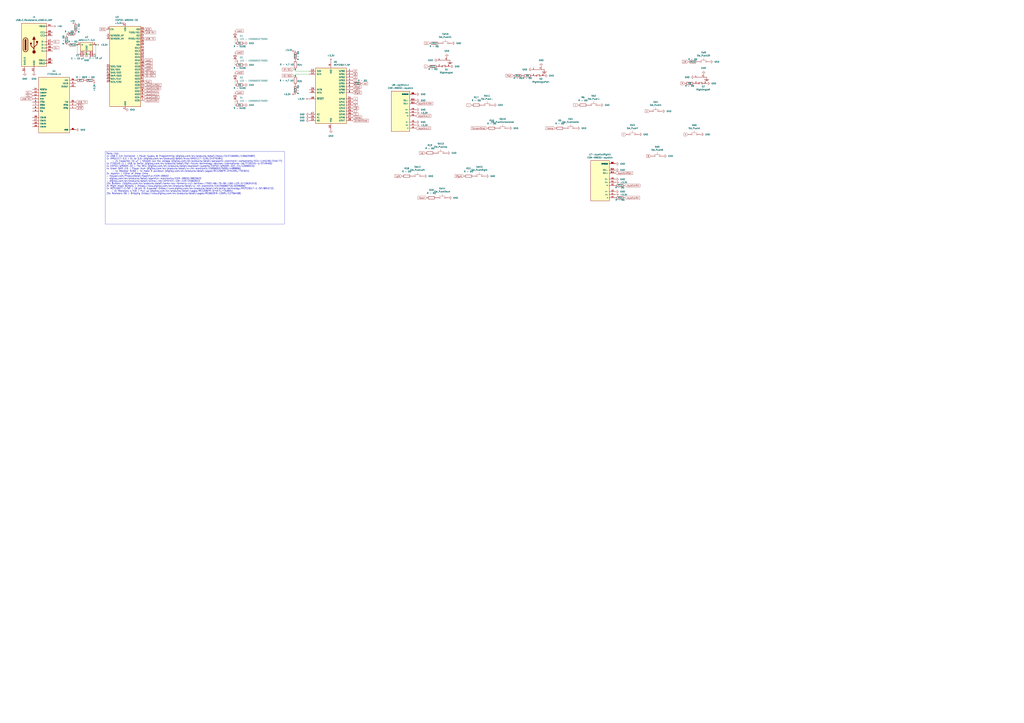
<source format=kicad_sch>
(kicad_sch (version 20231120) (generator "eeschema") (generator_version "8.0")
  (paper "A1")
  (lib_symbols
    (symbol "COM-09032-Joystick:COM-09032" (pin_names (offset 1.016))
      (property "Reference" "U" (at -7.62 16.002 0))
      (property "Value" "COM-09032" (at -7.62 -20.32 0))
      (symbol "COM-09032_0_0"
        (pin passive line (at -12.7 -7.62 0) (length 5.08) (name "SEL+") (number "B1A"))
        (pin passive line (at -12.7 -10.16 0) (length 5.08) (name "SEL-") (number "B2A"))
        (pin passive line (at -12.7 0 0) (length 5.08) (name "H+") (number "H1"))
        (pin passive line (at -12.7 2.54 0) (length 5.08) (name "H") (number "H2"))
        (pin passive line (at -12.7 -2.54 0) (length 5.08) (name "H-") (number "H3"))
        (pin passive line (at -12.7 -15.24 0) (length 5.08) (name "SHIELD") (number "S1"))
        (pin passive line (at -12.7 -15.24 0) (length 5.08) (name "SHIELD") (number "S2"))
        (pin passive line (at -12.7 -15.24 0) (length 5.08) (name "SHIELD") (number "S3"))
        (pin passive line (at -12.7 -15.24 0) (length 5.08) (name "SHIELD") (number "S4"))
        (pin passive line (at -12.7 10.16 0) (length 5.08) (name "V+") (number "V1"))
        (pin passive line (at -12.7 12.7 0) (length 5.08) (name "V") (number "V2"))
        (pin passive line (at -12.7 7.62 0) (length 5.08) (name "V-") (number "V3"))
      )
    )
    (symbol "Connector:USB_C_Receptacle_USB2.0_16P" (pin_names (offset 1.016))
      (property "Reference" "J" (at 0 22.225 0))
      (property "Value" "USB_C_Receptacle_USB2.0_16P" (at 0 19.685 0))
      (symbol "USB_C_Receptacle_USB2.0_16P_1_1"
        (pin passive line (at 0 -22.86 90) (length 5.08) (name "GND") (number "A1"))
        (pin passive line (at 0 -22.86 90) (length 5.08) hide (name "GND") (number "A12"))
        (pin passive line (at 15.24 15.24 180) (length 5.08) (name "VBUS") (number "A4"))
        (pin bidirectional line (at 15.24 10.16 180) (length 5.08) (name "CC1") (number "A5"))
        (pin bidirectional line (at 15.24 -2.54 180) (length 5.08) (name "D+") (number "A6"))
        (pin bidirectional line (at 15.24 2.54 180) (length 5.08) (name "D-") (number "A7"))
        (pin bidirectional line (at 15.24 -12.7 180) (length 5.08) (name "SBU1") (number "A8"))
        (pin passive line (at 15.24 15.24 180) (length 5.08) hide (name "VBUS") (number "A9"))
        (pin passive line (at 0 -22.86 90) (length 5.08) hide (name "GND") (number "B1"))
        (pin passive line (at 0 -22.86 90) (length 5.08) hide (name "GND") (number "B12"))
        (pin passive line (at 15.24 15.24 180) (length 5.08) hide (name "VBUS") (number "B4"))
        (pin bidirectional line (at 15.24 7.62 180) (length 5.08) (name "CC2") (number "B5"))
        (pin bidirectional line (at 15.24 -5.08 180) (length 5.08) (name "D+") (number "B6"))
        (pin bidirectional line (at 15.24 0 180) (length 5.08) (name "D-") (number "B7"))
        (pin bidirectional line (at 15.24 -15.24 180) (length 5.08) (name "SBU2") (number "B8"))
        (pin passive line (at 15.24 15.24 180) (length 5.08) hide (name "VBUS") (number "B9"))
        (pin passive line (at -7.62 -22.86 90) (length 5.08) (name "SHIELD") (number "S1"))
      )
    )
    (symbol "Device:C" (pin_numbers hide) (pin_names (offset 0.254))
      (property "Reference" "C" (at 0.635 2.54 0))
      (property "Value" "C" (at 0.635 -2.54 0))
      (symbol "C_1_1"
        (pin passive line (at 0 3.81 270) (length 2.794) (name "~") (number "1"))
        (pin passive line (at 0 -3.81 90) (length 2.794) (name "~") (number "2"))
      )
    )
    (symbol "Device:LED" (pin_numbers hide) (pin_names (offset 1.016) hide)
      (property "Reference" "D" (at 0 2.54 0))
      (property "Value" "LED" (at 0 -2.54 0))
      (symbol "LED_1_1"
        (pin passive line (at -3.81 0 0) (length 2.54) (name "K") (number "1"))
        (pin passive line (at 3.81 0 180) (length 2.54) (name "A") (number "2"))
      )
    )
    (symbol "Device:R" (pin_numbers hide) (pin_names (offset 0))
      (property "Reference" "R" (at 2.032 0 90))
      (property "Value" "R" (at 0 0 90))
      (symbol "R_1_1"
        (pin passive line (at 0 3.81 270) (length 1.27) (name "~") (number "1"))
        (pin passive line (at 0 -3.81 90) (length 1.27) (name "~") (number "2"))
      )
    )
    (symbol "FT201XS-U:FT231XS-U" (pin_names (offset 1.016))
      (property "Reference" "U" (at -12.7304 25.4438 0))
      (property "Value" "FT231XS-U" (at -12.7114 -27.9554 0))
      (symbol "FT231XS-U_0_0"
        (pin output line (at 17.78 -2.54 180) (length 5.08) (name "~{DTR}#") (number "1"))
        (pin bidirectional line (at -17.78 -15.24 0) (length 5.08) (name "CBUS2") (number "10"))
        (pin input line (at -17.78 7.62 0) (length 5.08) (name "USBDP") (number "11"))
        (pin input line (at -17.78 10.16 0) (length 5.08) (name "USBDM") (number "12"))
        (pin power_in line (at 17.78 15.24 180) (length 5.08) (name "3V3OUT") (number "13"))
        (pin input line (at -17.78 12.7 0) (length 5.08) (name "~{RESET}#") (number "14"))
        (pin power_in line (at 17.78 20.32 180) (length 5.08) (name "VCC") (number "15"))
        (pin power_in line (at 17.78 -20.32 180) (length 5.08) (name "GND") (number "16"))
        (pin bidirectional line (at -17.78 -12.7 0) (length 5.08) (name "CBUS1") (number "17"))
        (pin bidirectional line (at -17.78 -10.16 0) (length 5.08) (name "CBUS0") (number "18"))
        (pin bidirectional line (at -17.78 -17.78 0) (length 5.08) (name "CBUS3") (number "19"))
        (pin output line (at 17.78 0 180) (length 5.08) (name "~{RTS}#") (number "2"))
        (pin output line (at 17.78 2.54 180) (length 5.08) (name "TXD") (number "20"))
        (pin power_in line (at 17.78 17.78 180) (length 5.08) (name "VCCIO") (number "3"))
        (pin input line (at -17.78 5.08 0) (length 5.08) (name "RXD") (number "4"))
        (pin input line (at -17.78 -5.08 0) (length 5.08) (name "~{RI}#") (number "5"))
        (pin power_in line (at 17.78 -20.32 180) (length 5.08) (name "GND") (number "6"))
        (pin input line (at -17.78 0 0) (length 5.08) (name "~{DSR}#") (number "7"))
        (pin input line (at -17.78 -2.54 0) (length 5.08) (name "~{DCD}#") (number "8"))
        (pin input line (at -17.78 2.54 0) (length 5.08) (name "~{CTS}#") (number "9"))
      )
    )
    (symbol "Interface_Expansion:MCP23017_SP" (pin_names (offset 1.016))
      (property "Reference" "U" (at -11.43 24.13 0))
      (property "Value" "MCP23017_SP" (at 0 0 0))
      (symbol "MCP23017_SP_1_1"
        (pin bidirectional line (at 17.78 20.32 180) (length 5.08) (name "GPB0") (number "1"))
        (pin power_in line (at 0 -27.94 90) (length 5.08) (name "VSS") (number "10"))
        (pin no_connect line (at -12.7 15.24 0) (length 5.08) hide (name "NC") (number "11"))
        (pin input line (at -17.78 17.78 0) (length 5.08) (name "SCK") (number "12"))
        (pin bidirectional line (at -17.78 20.32 0) (length 5.08) (name "SDA") (number "13"))
        (pin no_connect line (at -12.7 12.7 0) (length 5.08) hide (name "NC") (number "14"))
        (pin input line (at -17.78 -20.32 0) (length 5.08) (name "A0") (number "15"))
        (pin input line (at -17.78 -17.78 0) (length 5.08) (name "A1") (number "16"))
        (pin input line (at -17.78 -15.24 0) (length 5.08) (name "A2") (number "17"))
        (pin input line (at -17.78 -2.54 0) (length 5.08) (name "~{RESET}") (number "18"))
        (pin tri_state line (at -17.78 5.08 0) (length 5.08) (name "INTB") (number "19"))
        (pin bidirectional line (at 17.78 17.78 180) (length 5.08) (name "GPB1") (number "2"))
        (pin tri_state line (at -17.78 2.54 0) (length 5.08) (name "INTA") (number "20"))
        (pin bidirectional line (at 17.78 -2.54 180) (length 5.08) (name "GPA0") (number "21"))
        (pin bidirectional line (at 17.78 -5.08 180) (length 5.08) (name "GPA1") (number "22"))
        (pin bidirectional line (at 17.78 -7.62 180) (length 5.08) (name "GPA2") (number "23"))
        (pin bidirectional line (at 17.78 -10.16 180) (length 5.08) (name "GPA3") (number "24"))
        (pin bidirectional line (at 17.78 -12.7 180) (length 5.08) (name "GPA4") (number "25"))
        (pin bidirectional line (at 17.78 -15.24 180) (length 5.08) (name "GPA5") (number "26"))
        (pin bidirectional line (at 17.78 -17.78 180) (length 5.08) (name "GPA6") (number "27"))
        (pin bidirectional line (at 17.78 -20.32 180) (length 5.08) (name "GPA7") (number "28"))
        (pin bidirectional line (at 17.78 15.24 180) (length 5.08) (name "GPB2") (number "3"))
        (pin bidirectional line (at 17.78 12.7 180) (length 5.08) (name "GPB3") (number "4"))
        (pin bidirectional line (at 17.78 10.16 180) (length 5.08) (name "GPB4") (number "5"))
        (pin bidirectional line (at 17.78 7.62 180) (length 5.08) (name "GPB5") (number "6"))
        (pin bidirectional line (at 17.78 5.08 180) (length 5.08) (name "GPB6") (number "7"))
        (pin bidirectional line (at 17.78 2.54 180) (length 5.08) (name "GPB7") (number "8"))
        (pin power_in line (at 0 27.94 270) (length 5.08) (name "VDD") (number "9"))
      )
    )
    (symbol "RF_Module:ESP32-WROOM-32"
      (property "Reference" "U" (at -12.7 34.29 0))
      (property "Value" "ESP32-WROOM-32" (at 1.27 34.29 0))
      (symbol "ESP32-WROOM-32_1_1"
        (pin power_in line (at 0 -35.56 90) (length 2.54) (name "GND") (number "1"))
        (pin bidirectional line (at 15.24 -12.7 180) (length 2.54) (name "IO25") (number "10"))
        (pin bidirectional line (at 15.24 -15.24 180) (length 2.54) (name "IO26") (number "11"))
        (pin bidirectional line (at 15.24 -17.78 180) (length 2.54) (name "IO27") (number "12"))
        (pin bidirectional line (at 15.24 10.16 180) (length 2.54) (name "IO14") (number "13"))
        (pin bidirectional line (at 15.24 15.24 180) (length 2.54) (name "IO12") (number "14"))
        (pin passive line (at 0 -35.56 90) (length 2.54) hide (name "GND") (number "15"))
        (pin bidirectional line (at 15.24 12.7 180) (length 2.54) (name "IO13") (number "16"))
        (pin bidirectional line (at -15.24 -5.08 0) (length 2.54) (name "SHD/SD2") (number "17"))
        (pin bidirectional line (at -15.24 -7.62 0) (length 2.54) (name "SWP/SD3") (number "18"))
        (pin bidirectional line (at -15.24 -12.7 0) (length 2.54) (name "SCS/CMD") (number "19"))
        (pin power_in line (at 0 35.56 270) (length 2.54) (name "VDD") (number "2"))
        (pin bidirectional line (at -15.24 -10.16 0) (length 2.54) (name "SCK/CLK") (number "20"))
        (pin bidirectional line (at -15.24 0 0) (length 2.54) (name "SDO/SD0") (number "21"))
        (pin bidirectional line (at -15.24 -2.54 0) (length 2.54) (name "SDI/SD1") (number "22"))
        (pin bidirectional line (at 15.24 7.62 180) (length 2.54) (name "IO15") (number "23"))
        (pin bidirectional line (at 15.24 25.4 180) (length 2.54) (name "IO2") (number "24"))
        (pin bidirectional line (at 15.24 30.48 180) (length 2.54) (name "IO0") (number "25"))
        (pin bidirectional line (at 15.24 20.32 180) (length 2.54) (name "IO4") (number "26"))
        (pin bidirectional line (at 15.24 5.08 180) (length 2.54) (name "IO16") (number "27"))
        (pin bidirectional line (at 15.24 2.54 180) (length 2.54) (name "IO17") (number "28"))
        (pin bidirectional line (at 15.24 17.78 180) (length 2.54) (name "IO5") (number "29"))
        (pin input line (at -15.24 30.48 0) (length 2.54) (name "EN") (number "3"))
        (pin bidirectional line (at 15.24 0 180) (length 2.54) (name "IO18") (number "30"))
        (pin bidirectional line (at 15.24 -2.54 180) (length 2.54) (name "IO19") (number "31"))
        (pin no_connect line (at -12.7 -27.94 0) (length 2.54) hide (name "NC") (number "32"))
        (pin bidirectional line (at 15.24 -5.08 180) (length 2.54) (name "IO21") (number "33"))
        (pin bidirectional line (at 15.24 22.86 180) (length 2.54) (name "RXD0/IO3") (number "34"))
        (pin bidirectional line (at 15.24 27.94 180) (length 2.54) (name "TXD0/IO1") (number "35"))
        (pin bidirectional line (at 15.24 -7.62 180) (length 2.54) (name "IO22") (number "36"))
        (pin bidirectional line (at 15.24 -10.16 180) (length 2.54) (name "IO23") (number "37"))
        (pin passive line (at 0 -35.56 90) (length 2.54) hide (name "GND") (number "38"))
        (pin passive line (at 0 -35.56 90) (length 2.54) hide (name "GND") (number "39"))
        (pin input line (at -15.24 25.4 0) (length 2.54) (name "SENSOR_VP") (number "4"))
        (pin input line (at -15.24 22.86 0) (length 2.54) (name "SENSOR_VN") (number "5"))
        (pin input line (at 15.24 -25.4 180) (length 2.54) (name "IO34") (number "6"))
        (pin input line (at 15.24 -27.94 180) (length 2.54) (name "IO35") (number "7"))
        (pin bidirectional line (at 15.24 -20.32 180) (length 2.54) (name "IO32") (number "8"))
        (pin bidirectional line (at 15.24 -22.86 180) (length 2.54) (name "IO33") (number "9"))
      )
    )
    (symbol "Regulator_Linear:AMS1117-3.3"
      (property "Reference" "U" (at -3.81 3.175 0))
      (property "Value" "AMS1117-3.3" (at 0 3.175 0))
      (symbol "AMS1117-3.3_1_1"
        (pin power_in line (at 0 -7.62 90) (length 2.54) (name "GND") (number "1"))
        (pin power_out line (at 7.62 0 180) (length 2.54) (name "VO") (number "2"))
        (pin power_in line (at -7.62 0 0) (length 2.54) (name "VI") (number "3"))
      )
    )
    (symbol "Right Angle Button 431256083716:431256083716" (pin_names (offset 1.016))
      (property "Reference" "S" (at -1.24 5.95 0))
      (property "Value" "431256083716" (at -3.57 -2.68 0))
      (symbol "431256083716_0_0"
        (pin passive line (at -5.08 5.08 0) (length 2.54) (name "~") (number "1"))
        (pin passive line (at -5.08 0 0) (length 2.54) (name "~") (number "2"))
        (pin passive line (at 5.08 0 180) (length 2.54) (name "~") (number "3"))
        (pin passive line (at 2.54 7.62 270) (length 2.54) (name "~") (number "4"))
      )
    )
    (symbol "Switch:SW_Push" (pin_numbers hide) (pin_names (offset 1.016) hide)
      (property "Reference" "SW" (at 1.27 2.54 0))
      (property "Value" "SW_Push" (at 0 -1.524 0))
      (symbol "SW_Push_0_1"
        (pin passive line (at -5.08 0 0) (length 2.54) (name "1") (number "1"))
        (pin passive line (at 5.08 0 180) (length 2.54) (name "2") (number "2"))
      )
    )
    (symbol "power:+3.3V" (power) (pin_numbers hide) (pin_names (offset 0) hide)
      (property "Value" "+3.3V" (at 0 3.556 0))
      (symbol "+3.3V_1_1"
        (pin power_in line (at 0 0 90) (length 0) (name "~") (number "1"))
      )
    )
    (symbol "power:+5V" (power) (pin_numbers hide) (pin_names (offset 0) hide)
      (property "Value" "+5V" (at 0 3.556 0))
      (symbol "+5V_1_1"
        (pin power_in line (at 0 0 90) (length 0) (name "~") (number "1"))
      )
    )
    (symbol "power:GND" (power) (pin_numbers hide) (pin_names (offset 0) hide)
      (property "Value" "GND" (at 0 -3.81 0))
      (symbol "GND_1_1"
        (pin power_in line (at 0 0 270) (length 0) (name "~") (number "1"))
      )
    )
  )
  (junction (at 242.57 57.15))
  (junction (at 242.57 62.23))
  (junction (at 78.74 36.83))
  (junction (at 63.5 36.83))
  (junction (at 71.12 44.45))
  (wire (pts (xy 193.04 67.31) (xy 193.04 69.85)))
  (wire (pts (xy 193.04 83.82) (xy 193.04 86.36)))
  (wire (pts (xy 193.04 33.02) (xy 193.04 35.56)))
  (wire (pts (xy 193.04 50.8) (xy 193.04 53.34)))
  (wire (pts (xy 241.3 62.23) (xy 242.57 62.23)))
  (wire (pts (xy 242.57 57.15) (xy 242.57 58.42)))
  (wire (pts (xy 78.74 36.83) (xy 78.74 44.45)))
  (wire (pts (xy 242.57 58.42) (xy 254 58.42)))
  (wire (pts (xy 242.57 60.96) (xy 254 60.96)))
  (wire (pts (xy 54.61 27.94) (xy 54.61 29.21)))
  (wire (pts (xy 242.57 62.23) (xy 242.57 60.96)))
  (wire (pts (xy 54.61 36.83) (xy 55.88 36.83)))
  (wire (pts (xy 63.5 44.45) (xy 63.5 36.83)))
  (wire (pts (xy 242.57 57.15) (xy 241.3 57.15)))
  (wire (pts (xy 62.23 26.67) (xy 62.23 27.94)))
  (text_box "Parts List:\n1x USB C 2.0 Connector | Power Supply & Programming (digikey.com/en/products/detail/molex/2137160001/13662558?)\n1x AMS1117-3.3 | 5v to 3.3v (digikey.com/en/products/detail/evvo/AMS1117-3.3S/24370184)\n	- 2x Capacitor 10 µF | Smooth out the voltage (digikey.com/en/products/detail/panasonic-electronic-components/ECA-1JHG100/245177)\n1x FT201XS-U | USB to Serial (digikey.com/en/products/detail/ftdi-future-technology-devices-international-ltd/FT201XS-U/3749465)\n1x ESP32-WROOM-32 | The MCU (digikey.com/en/products/detail/espressif-systems/ESP32-WROOM-32E-H4/12696515)\n4x Green SMD LED | Player Num (digikey.com/en/products/detail/w-rth-elektronik/150060GS75000/4489896)\n	- 4x Resistor 510Ω | To make it pulldown (digikey.com/en/products/detail/yageo/RC1206FR-07510RL/731924)\n2x Joystick | Either of these links:\n- mouser.com/ProductDetail/SparkFun/COM-09032\n- digikey.com/en/products/detail/sparkfun-electronics/COM-09032/6823623\n- digikey.com/en/products/detail/olimex-ltd/JOYSTICK-10K-CAP/21662613\n15x Buttons |(digikey.com/en/products/detail/same-sky-formerly-cui-devices-/TS02-66-70-BK-160-LCR-D/15634243)\n2x Right Angle Buttons | (https://www.digikey.com/en/products/detail/w-rth-elektronik/431256083716/5209066)\n1x MCP23017-E/SP | 16 pin IO Expander (https://www.digikey.com/en/products/detail/microchip-technology/MCP23017-E-SP/894272)\n    - 2x Resistors 4.7kΩ | Pull up (digikey.com/en/products/detail/yageo/RC1206FR-074K7L/731834)\n23x Resistors 0Ω | Bridging (https://www.digikey.com/en/products/detail/yageo/RC0603FR-130RL/12756408)" (at 86.36 124.46 0) (size 147.32 59.69) (effects (font (size 1.27 1.27)) (justify left top)))
  (global_label "JoystickRV" (shape input) (at 513.08 162.56 0) (property "Intersheetrefs" "${INTERSHEET_REFS}" (effects (hide yes))))
  (global_label "IO-SDA" (shape input) (at 118.11 59.69 0) (property "Intersheetrefs" "${INTERSHEET_REFS}" (effects (hide yes))))
  (global_label "Up" (shape input) (at 349.25 125.73 180) (property "Intersheetrefs" "${INTERSHEET_REFS}" (effects (hide yes))))
  (global_label "JoystickRSel" (shape input) (at 505.46 142.24 0) (property "Intersheetrefs" "${INTERSHEET_REFS}" (effects (hide yes))))
  (global_label "Down" (shape input) (at 289.56 71.12 0) (property "Intersheetrefs" "${INTERSHEET_REFS}" (effects (hide yes))))
  (global_label "Left" (shape input) (at 289.56 73.66 0) (property "Intersheetrefs" "${INTERSHEET_REFS}" (effects (hide yes))))
  (global_label "D+" (shape input) (at 43.18 39.37 0) (property "Intersheetrefs" "${INTERSHEET_REFS}" (effects (hide yes))))
  (global_label "ScreenShot" (shape input) (at 289.56 99.06 0) (property "Intersheetrefs" "${INTERSHEET_REFS}" (effects (hide yes))))
  (global_label "+" (shape input) (at 474.98 86.36 180) (property "Intersheetrefs" "${INTERSHEET_REFS}" (effects (hide yes))))
  (global_label "Led4" (shape input) (at 193.04 76.2 0) (property "Intersheetrefs" "${INTERSHEET_REFS}" (effects (hide yes))))
  (global_label "B" (shape input) (at 534.67 128.27 180) (property "Intersheetrefs" "${INTERSHEET_REFS}" (effects (hide yes))))
  (global_label "IO-SCL" (shape input) (at 241.3 57.15 180) (property "Intersheetrefs" "${INTERSHEET_REFS}" (effects (hide yes))))
  (global_label "JoystickLSel" (shape input) (at 118.11 72.39 0) (property "Intersheetrefs" "${INTERSHEET_REFS}" (effects (hide yes))))
  (global_label "Down" (shape input) (at 350.52 162.56 180) (property "Intersheetrefs" "${INTERSHEET_REFS}" (effects (hide yes))))
  (global_label "Led3" (shape input) (at 118.11 54.61 0) (property "Intersheetrefs" "${INTERSHEET_REFS}" (effects (hide yes))))
  (global_label "USB RX" (shape input) (at 26.67 81.28 180) (property "Intersheetrefs" "${INTERSHEET_REFS}" (effects (hide yes))))
  (global_label "USB TX" (shape input) (at 62.23 83.82 0) (property "Intersheetrefs" "${INTERSHEET_REFS}" (effects (hide yes))))
  (global_label "Pair" (shape input) (at 118.11 67.31 0) (property "Intersheetrefs" "${INTERSHEET_REFS}" (effects (hide yes))))
  (global_label "Pair" (shape input) (at 421.64 62.23 180) (property "Intersheetrefs" "${INTERSHEET_REFS}" (effects (hide yes))))
  (global_label "A" (shape input) (at 565.15 110.49 180) (property "Intersheetrefs" "${INTERSHEET_REFS}" (effects (hide yes))))
  (global_label "ZR" (shape input) (at 289.56 88.9 0) (property "Intersheetrefs" "${INTERSHEET_REFS}" (effects (hide yes))))
  (global_label "Y" (shape input) (at 514.35 110.49 180) (property "Intersheetrefs" "${INTERSHEET_REFS}" (effects (hide yes))))
  (global_label "D-" (shape input) (at 43.18 34.29 0) (property "Intersheetrefs" "${INTERSHEET_REFS}" (effects (hide yes))))
  (global_label "Right" (shape input) (at 289.56 76.2 0) (property "Intersheetrefs" "${INTERSHEET_REFS}" (effects (hide yes))))
  (global_label "D-" (shape input) (at 26.67 76.2 180) (property "Intersheetrefs" "${INTERSHEET_REFS}" (effects (hide yes))))
  (global_label "JoystickLV" (shape input) (at 118.11 77.47 0) (property "Intersheetrefs" "${INTERSHEET_REFS}" (effects (hide yes))))
  (global_label "+" (shape input) (at 289.56 81.28 0) (property "Intersheetrefs" "${INTERSHEET_REFS}" (effects (hide yes))))
  (global_label "X" (shape input) (at 533.4 91.44 180) (property "Intersheetrefs" "${INTERSHEET_REFS}" (effects (hide yes))))
  (global_label "Y" (shape input) (at 289.56 66.04 0) (property "Intersheetrefs" "${INTERSHEET_REFS}" (effects (hide yes))))
  (global_label "JoystickRH" (shape input) (at 513.08 152.4 0) (property "Intersheetrefs" "${INTERSHEET_REFS}" (effects (hide yes))))
  (global_label "Right" (shape input) (at 381 144.78 180) (property "Intersheetrefs" "${INTERSHEET_REFS}" (effects (hide yes))))
  (global_label "Led2" (shape input) (at 193.04 43.18 0) (property "Intersheetrefs" "${INTERSHEET_REFS}" (effects (hide yes))))
  (global_label "X" (shape input) (at 289.56 63.5 0) (property "Intersheetrefs" "${INTERSHEET_REFS}" (effects (hide yes))))
  (global_label "B" (shape input) (at 289.56 60.96 0) (property "Intersheetrefs" "${INTERSHEET_REFS}" (effects (hide yes))))
  (global_label "DTR" (shape input) (at 62.23 88.9 0) (property "Intersheetrefs" "${INTERSHEET_REFS}" (effects (hide yes))))
  (global_label "USB TX" (shape input) (at 118.11 31.75 0) (property "Intersheetrefs" "${INTERSHEET_REFS}" (effects (hide yes))))
  (global_label "Led4" (shape input) (at 118.11 57.15 0) (property "Intersheetrefs" "${INTERSHEET_REFS}" (effects (hide yes))))
  (global_label "JoystickRH" (shape input) (at 118.11 80.01 0) (property "Intersheetrefs" "${INTERSHEET_REFS}" (effects (hide yes))))
  (global_label "IO-SCL" (shape input) (at 118.11 62.23 0) (property "Intersheetrefs" "${INTERSHEET_REFS}" (effects (hide yes))))
  (global_label "R" (shape input) (at 562.61 68.58 180) (property "Intersheetrefs" "${INTERSHEET_REFS}" (effects (hide yes))))
  (global_label "Led3" (shape input) (at 193.04 59.69 0) (property "Intersheetrefs" "${INTERSHEET_REFS}" (effects (hide yes))))
  (global_label "IO-SDA" (shape input) (at 241.3 62.23 180) (property "Intersheetrefs" "${INTERSHEET_REFS}" (effects (hide yes))))
  (global_label "Left" (shape input) (at 330.2 144.78 180) (property "Intersheetrefs" "${INTERSHEET_REFS}" (effects (hide yes))))
  (global_label "-" (shape input) (at 289.56 83.82 0) (property "Intersheetrefs" "${INTERSHEET_REFS}" (effects (hide yes))))
  (global_label "-" (shape input) (at 387.35 86.36 180) (property "Intersheetrefs" "${INTERSHEET_REFS}" (effects (hide yes))))
  (global_label "L" (shape input) (at 289.56 91.44 0) (property "Intersheetrefs" "${INTERSHEET_REFS}" (effects (hide yes))))
  (global_label "L" (shape input) (at 351.79 54.61 180) (property "Intersheetrefs" "${INTERSHEET_REFS}" (effects (hide yes))))
  (global_label "ScreenShot" (shape input) (at 400.05 105.41 180) (property "Intersheetrefs" "${INTERSHEET_REFS}" (effects (hide yes))))
  (global_label "A" (shape input) (at 289.56 58.42 0) (property "Intersheetrefs" "${INTERSHEET_REFS}" (effects (hide yes))))
  (global_label "Up" (shape input) (at 297.18 68.58 0) (property "Intersheetrefs" "${INTERSHEET_REFS}" (effects (hide yes))))
  (global_label "JoystickLH" (shape input) (at 118.11 74.93 0) (property "Intersheetrefs" "${INTERSHEET_REFS}" (effects (hide yes))))
  (global_label "RTS" (shape input) (at 62.23 86.36 0) (property "Intersheetrefs" "${INTERSHEET_REFS}" (effects (hide yes))))
  (global_label "Home" (shape input) (at 455.93 105.41 180) (property "Intersheetrefs" "${INTERSHEET_REFS}" (effects (hide yes))))
  (global_label "JoystickLV" (shape input) (at 341.63 105.41 0) (property "Intersheetrefs" "${INTERSHEET_REFS}" (effects (hide yes))))
  (global_label "RTS" (shape input) (at 87.63 24.13 180) (property "Intersheetrefs" "${INTERSHEET_REFS}" (effects (hide yes))))
  (global_label "R" (shape input) (at 289.56 86.36 0) (property "Intersheetrefs" "${INTERSHEET_REFS}" (effects (hide yes))))
  (global_label "JoystickLSel" (shape input) (at 341.63 85.09 0) (property "Intersheetrefs" "${INTERSHEET_REFS}" (effects (hide yes))))
  (global_label "Led1" (shape input) (at 118.11 49.53 0) (property "Intersheetrefs" "${INTERSHEET_REFS}" (effects (hide yes))))
  (global_label "DTR" (shape input) (at 118.11 24.13 0) (property "Intersheetrefs" "${INTERSHEET_REFS}" (effects (hide yes))))
  (global_label "USB RX" (shape input) (at 118.11 26.67 0) (property "Intersheetrefs" "${INTERSHEET_REFS}" (effects (hide yes))))
  (global_label "JoystickLH" (shape input) (at 341.63 95.25 0) (property "Intersheetrefs" "${INTERSHEET_REFS}" (effects (hide yes))))
  (global_label "D+" (shape input) (at 26.67 78.74 180) (property "Intersheetrefs" "${INTERSHEET_REFS}" (effects (hide yes))))
  (global_label "Led2" (shape input) (at 118.11 52.07 0) (property "Intersheetrefs" "${INTERSHEET_REFS}" (effects (hide yes))))
  (global_label "JoystickRV" (shape input) (at 118.11 82.55 0) (property "Intersheetrefs" "${INTERSHEET_REFS}" (effects (hide yes))))
  (global_label "JoystickRSel" (shape input) (at 118.11 69.85 0) (property "Intersheetrefs" "${INTERSHEET_REFS}" (effects (hide yes))))
  (global_label "ZR" (shape input) (at 565.15 50.8 180) (property "Intersheetrefs" "${INTERSHEET_REFS}" (effects (hide yes))))
  (global_label "Led1" (shape input) (at 193.04 25.4 0) (property "Intersheetrefs" "${INTERSHEET_REFS}" (effects (hide yes))))
  (global_label "ZL" (shape input) (at 353.06 35.56 180) (property "Intersheetrefs" "${INTERSHEET_REFS}" (effects (hide yes))))
  (global_label "ZL" (shape input) (at 289.56 93.98 0) (property "Intersheetrefs" "${INTERSHEET_REFS}" (effects (hide yes))))
  (global_label "Home" (shape input) (at 289.56 96.52 0) (property "Intersheetrefs" "${INTERSHEET_REFS}" (effects (hide yes))))
  (symbol (lib_id "power:GND") (at 359.41 49.53 270) (unit 1)
    (property "Reference" "#PWR022" (effects (hide yes)))
    (property "Value" "GND" (at 355.6 49.5299 90) (effects (justify right)))
    (property "Description" "Power symbol creates a global label with name \"GND\" , ground" (effects (hide yes)))
  )
  (symbol (lib_id "Device:R") (at 356.87 35.56 90) (unit 1)
    (property "Reference" "R22" (at 356.87 35.56 90))
    (property "Value" "R - 0Ω" (at 356.616 38.1 90))
    (property "Footprint" "Resistor_SMD:R_0603_1608Metric_Pad0.98x0.95mm_HandSolder" (effects (hide yes)))
    (property "Description" "Resistor" (effects (hide yes)))
  )
  (symbol (lib_id "power:GND") (at 102.87 90.17 90) (unit 1)
    (property "Reference" "#PWR010" (effects (hide yes)))
    (property "Value" "GND" (at 106.68 90.1699 90) (effects (justify right)))
    (property "Description" "Power symbol creates a global label with name \"GND\" , ground" (effects (hide yes)))
  )
  (symbol (lib_id "power:GND") (at 20.32 59.69 0) (unit 1)
    (property "Reference" "#PWR01" (effects (hide yes)))
    (property "Value" "GND" (at 20.32 64.77 0))
    (property "Description" "Power symbol creates a global label with name \"GND\" , ground" (effects (hide yes)))
  )
  (symbol (lib_id "power:GND") (at 367.03 46.99 180) (unit 1)
    (property "Reference" "#PWR023" (effects (hide yes)))
    (property "Value" "GND" (at 367.03 41.91 0))
    (property "Description" "Power symbol creates a global label with name \"GND\" , ground" (effects (hide yes)))
  )
  (symbol (lib_id "power:GND") (at 200.66 53.34 90) (unit 1)
    (property "Reference" "#PWR012" (effects (hide yes)))
    (property "Value" "GND" (at 204.47 53.3399 90) (effects (justify right)))
    (property "Description" "Power symbol creates a global label with name \"GND\" , ground" (effects (hide yes)))
  )
  (symbol (lib_id "Device:C") (at 74.93 44.45 270) (unit 1)
    (property "Reference" "C2" (at 77.724 45.974 90))
    (property "Value" "C - 10 µF" (at 78.74 47.752 90))
    (property "Footprint" "Capacitor_THT:CP_Radial_D5.0mm_P2.00mm" (effects (hide yes)))
    (property "Description" "Unpolarized capacitor" (effects (hide yes)))
  )
  (symbol (lib_id "Connector:USB_C_Receptacle_USB2.0_16P") (at 27.94 36.83 0) (unit 1)
    (property "Reference" "J1" (at 27.94 13.97 0))
    (property "Value" "USB_C_Receptacle_USB2.0_16P" (at 27.94 16.51 0))
    (property "Footprint" "Connector_USB:USB_C_Receptacle_GCT_USB4085" (effects (hide yes)))
    (property "Datasheet" "https://www.usb.org/sites/default/files/documents/usb_type-c.zip" (effects (hide yes)))
    (property "Description" "USB 2.0-only 16P Type-C Receptacle connector" (effects (hide yes)))
  )
  (symbol (lib_id "power:GND") (at 543.56 91.44 90) (unit 1)
    (property "Reference" "#PWR027" (effects (hide yes)))
    (property "Value" "GND" (at 547.37 91.4399 90) (effects (justify right)))
    (property "Description" "Power symbol creates a global label with name \"GND\" , ground" (effects (hide yes)))
  )
  (symbol (lib_id "Switch:SW_Push") (at 342.9 144.78 0) (unit 1)
    (property "Reference" "SW12" (at 342.9 137.16 0))
    (property "Value" "SW_PushLeft" (at 342.9 139.7 0))
    (property "Footprint" "Button_Switch_THT:SW_PUSH_6mm_H5mm" (effects (hide yes)))
    (property "Description" "Push button switch, generic, two pins" (effects (hide yes)))
  )
  (symbol (lib_id "power:GND") (at 570.23 63.5 270) (unit 1)
    (property "Reference" "#PWR025" (effects (hide yes)))
    (property "Value" "GND" (at 566.42 63.4999 90) (effects (justify right)))
    (property "Description" "Power symbol creates a global label with name \"GND\" , ground" (effects (hide yes)))
  )
  (symbol (lib_id "power:GND") (at 447.04 62.23 90) (unit 1)
    (property "Reference" "#PWR034" (effects (hide yes)))
    (property "Value" "GND" (at 450.85 62.2299 90) (effects (justify right)))
    (property "Description" "Power symbol creates a global label with name \"GND\" , ground" (effects (hide yes)))
  )
  (symbol (lib_id "Switch:SW_Push") (at 365.76 35.56 0) (unit 1)
    (property "Reference" "SW16" (at 365.76 27.94 0))
    (property "Value" "SW_PushZL" (at 365.76 30.48 0))
    (property "Footprint" "Button_Switch_THT:SW_PUSH_6mm_H5mm" (effects (hide yes)))
    (property "Description" "Push button switch, generic, two pins" (effects (hide yes)))
  )
  (symbol (lib_id "power:+3.3V") (at 242.57 77.47 90) (unit 1)
    (property "Reference" "#PWR018" (effects (hide yes)))
    (property "Value" "+3.3V" (at 238.76 77.4699 90) (effects (justify left)))
    (property "Description" "Power symbol creates a global label with name \"+3.3V\"" (effects (hide yes)))
  )
  (symbol (lib_id "power:+3.3V") (at 78.74 36.83 270) (unit 1)
    (property "Reference" "#PWR08" (effects (hide yes)))
    (property "Value" "+3.3V" (at 82.55 36.8299 90) (effects (justify left)))
    (property "Description" "Power symbol creates a global label with name \"+3.3V\"" (effects (hide yes)))
  )
  (symbol (lib_id "Device:R") (at 568.96 50.8 90) (unit 1)
    (property "Reference" "R15" (at 568.96 50.8 90))
    (property "Value" "R - 0Ω" (at 568.96 48.768 90))
    (property "Footprint" "Resistor_SMD:R_0603_1608Metric_Pad0.98x0.95mm_HandSolder" (effects (hide yes)))
    (property "Description" "Resistor" (effects (hide yes)))
  )
  (symbol (lib_id "Switch:SW_Push") (at 468.63 105.41 0) (unit 1)
    (property "Reference" "SW1" (at 468.63 97.79 0))
    (property "Value" "SW_PushHome" (at 468.63 100.33 0))
    (property "Footprint" "Button_Switch_THT:SW_PUSH_6mm_H5mm" (effects (hide yes)))
    (property "Description" "Push button switch, generic, two pins" (effects (hide yes)))
  )
  (symbol (lib_id "Device:R") (at 242.57 66.04 0) (unit 1)
    (property "Reference" "R25" (at 244.094 66.802 0) (effects (justify left)))
    (property "Value" "R - 4.7 kΩ" (at 229.616 66.294 0) (effects (justify left)))
    (property "Footprint" "Resistor_SMD:R_1206_3216Metric_Pad1.30x1.75mm_HandSolder" (effects (hide yes)))
    (property "Description" "Resistor" (effects (hide yes)))
  )
  (symbol (lib_id "power:GND") (at 492.76 86.36 90) (unit 1)
    (property "Reference" "#PWR024" (effects (hide yes)))
    (property "Value" "GND" (at 496.57 86.3599 90) (effects (justify right)))
    (property "Description" "Power symbol creates a global label with name \"GND\" , ground" (effects (hide yes)))
  )
  (symbol (lib_id "Switch:SW_Push") (at 519.43 110.49 0) (unit 1)
    (property "Reference" "SW3" (at 519.43 102.87 0))
    (property "Value" "SW_PushY" (at 519.43 105.41 0))
    (property "Footprint" "Button_Switch_THT:SW_PUSH_6mm_H5mm" (effects (hide yes)))
    (property "Description" "Push button switch, generic, two pins" (effects (hide yes)))
  )
  (symbol (lib_id "Switch:SW_Push") (at 539.75 128.27 0) (unit 1)
    (property "Reference" "SW5" (at 539.75 120.65 0))
    (property "Value" "SW_PushB" (at 539.75 123.19 0))
    (property "Footprint" "Button_Switch_THT:SW_PUSH_6mm_H5mm" (effects (hide yes)))
    (property "Description" "Push button switch, generic, two pins" (effects (hide yes)))
  )
  (symbol (lib_id "Device:R") (at 433.07 62.23 90) (unit 1)
    (property "Reference" "R9" (at 433.07 62.23 90))
    (property "Value" "R - 0Ω" (at 433.07 64.262 90))
    (property "Footprint" "Resistor_SMD:R_0603_1608Metric_Pad0.98x0.95mm_HandSolder" (effects (hide yes)))
    (property "Description" "Resistor" (effects (hide yes)))
  )
  (symbol (lib_id "power:GND") (at 524.51 110.49 90) (unit 1)
    (property "Reference" "#PWR026" (effects (hide yes)))
    (property "Value" "GND" (at 528.32 110.4899 90) (effects (justify right)))
    (property "Description" "Power symbol creates a global label with name \"GND\" , ground" (effects (hide yes)))
  )
  (symbol (lib_id "power:GND") (at 341.63 82.55 90) (unit 1)
    (property "Reference" "#PWR051" (effects (hide yes)))
    (property "Value" "GND" (at 345.44 82.5501 90) (effects (justify right)))
    (property "Description" "Power symbol creates a global label with name \"GND\" , ground" (effects (hide yes)))
  )
  (symbol (lib_id "power:GND") (at 544.83 128.27 90) (unit 1)
    (property "Reference" "#PWR028" (effects (hide yes)))
    (property "Value" "GND" (at 548.64 128.2699 90) (effects (justify right)))
    (property "Description" "Power symbol creates a global label with name \"GND\" , ground" (effects (hide yes)))
  )
  (symbol (lib_id "Device:C") (at 67.31 44.45 90) (unit 1)
    (property "Reference" "C1" (at 63.754 45.466 90))
    (property "Value" "C - 10 µF" (at 63.754 48.006 90))
    (property "Footprint" "Capacitor_THT:CP_Radial_D5.0mm_P2.00mm" (effects (hide yes)))
    (property "Description" "Unpolarized capacitor" (effects (hide yes)))
  )
  (symbol (lib_id "power:GND") (at 367.03 125.73 90) (unit 1)
    (property "Reference" "#PWR041" (effects (hide yes)))
    (property "Value" "GND" (at 370.84 125.7299 90) (effects (justify right)))
    (property "Description" "Power symbol creates a global label with name \"GND\" , ground" (effects (hide yes)))
  )
  (symbol (lib_id "Switch:SW_Push") (at 538.48 91.44 0) (unit 1)
    (property "Reference" "SW4" (at 538.48 83.82 0))
    (property "Value" "SW_PushX" (at 538.48 86.36 0))
    (property "Footprint" "Button_Switch_THT:SW_PUSH_6mm_H5mm" (effects (hide yes)))
    (property "Description" "Push button switch, generic, two pins" (effects (hide yes)))
  )
  (symbol (lib_id "power:GND") (at 341.63 77.47 90) (unit 1)
    (property "Reference" "#PWR050" (effects (hide yes)))
    (property "Value" "GND" (at 345.44 77.4701 90) (effects (justify right)))
    (property "Description" "Power symbol creates a global label with name \"GND\" , ground" (effects (hide yes)))
  )
  (symbol (lib_id "FT201XS-U:FT231XS-U") (at 44.45 86.36 0) (unit 1)
    (property "Reference" "U1" (at 44.45 58.42 0))
    (property "Value" "FT231XS-U" (at 44.45 60.96 0))
    (property "Footprint" "FT231XS-R:SOP63P599X175-20N" (effects (hide yes)))
    (property "MF" "FTDI," (effects (hide yes)))
    (property "SNAPEDA_PACKAGE_ID" "5544" (effects (hide yes)))
    (property "Package" "SSOP-20 FTDI" (effects (hide yes)))
    (property "Price" "None" (effects (hide yes)))
    (property "Check_prices" "https://www.snapeda.com/parts/FT231XS-U/FTDI/view-part/?ref=eda" (effects (hide yes)))
    (property "STANDARD" "IPC-7351B" (effects (hide yes)))
    (property "PARTREV" "1.2" (effects (hide yes)))
    (property "SnapEDA_Link" "https://www.snapeda.com/parts/FT231XS-U/FTDI/view-part/?ref=snap" (effects (hide yes)))
    (property "MP" "FT231XS-U" (effects (hide yes)))
    (property "Description_1" "\n                        \n                            USB Bridge, USB to UART USB 2.0 UART Interface 20-SSOP\n                        \n" (effects (hide yes)))
    (property "Availability" "In Stock" (effects (hide yes)))
    (property "MANUFACTURER" "FTDI" (effects (hide yes)))
  )
  (symbol (lib_id "power:GND") (at 473.71 105.41 90) (unit 1)
    (property "Reference" "#PWR021" (effects (hide yes)))
    (property "Value" "GND" (at 477.52 105.4099 90) (effects (justify right)))
    (property "Description" "Power symbol creates a global label with name \"GND\" , ground" (effects (hide yes)))
  )
  (symbol (lib_id "Device:LED") (at 193.04 46.99 90) (unit 1)
    (property "Reference" "D2" (at 196.85 47.3074 90) (effects (justify right)))
    (property "Value" "LED - 150060GS75000" (at 196.85 49.8474 90) (effects (justify right)))
    (property "Footprint" "LED_SMD:LED_0603_1608Metric_Pad1.05x0.95mm_HandSolder" (effects (hide yes)))
    (property "Description" "Light emitting diode" (effects (hide yes)))
  )
  (symbol (lib_id "Device:R") (at 66.04 66.04 270) (unit 1)
    (property "Reference" "R7" (at 66.04 66.04 90))
    (property "Value" "R - 0Ω" (at 66.294 63.5 90))
    (property "Footprint" "Resistor_SMD:R_0603_1608Metric_Pad0.98x0.95mm_HandSolder" (effects (hide yes)))
    (property "Description" "Resistor" (effects (hide yes)))
  )
  (symbol (lib_id "power:GND") (at 577.85 60.96 180) (unit 1)
    (property "Reference" "#PWR031" (effects (hide yes)))
    (property "Value" "GND" (at 577.85 55.88 0))
    (property "Description" "Power symbol creates a global label with name \"GND\" , ground" (effects (hide yes)))
  )
  (symbol (lib_id "Right Angle Button 431256083716:431256083716") (at 441.96 62.23 0) (unit 1)
    (property "Reference" "S3" (at 444.1825 64.77 0))
    (property "Value" "RightAnglePair" (at 444.1825 67.31 0))
    (property "Footprint" "Right Angle Button 431256083716:4312560837X6" (effects (hide yes)))
    (property "PART-NUMBER" "431256083716" (effects (hide yes)))
    (property "H" "8.35mm" (effects (hide yes)))
    (property "OPERATION-FORCE" "160g" (effects (hide yes)))
    (property "DATASHEET-URL" "https://www.we-online.com/catalog/datasheet/431256083716.pdf" (effects (hide yes)))
    (property "QTY" "500" (effects (hide yes)))
  )
  (symbol (lib_id "power:GND") (at 370.84 35.56 90) (unit 1)
    (property "Reference" "#PWR015" (effects (hide yes)))
    (property "Value" "GND" (at 374.65 35.5599 90) (effects (justify right)))
    (property "Description" "Power symbol creates a global label with name \"GND\" , ground" (effects (hide yes)))
  )
  (symbol (lib_id "power:GND") (at 582.93 50.8 90) (unit 1)
    (property "Reference" "#PWR037" (effects (hide yes)))
    (property "Value" "GND" (at 586.74 50.7999 90) (effects (justify right)))
    (property "Description" "Power symbol creates a global label with name \"GND\" , ground" (effects (hide yes)))
  )
  (symbol (lib_id "Device:R") (at 384.81 144.78 90) (unit 1)
    (property "Reference" "R21" (at 384.81 138.43 90))
    (property "Value" "R - 0Ω" (at 384.81 140.97 90))
    (property "Footprint" "Resistor_SMD:R_0603_1608Metric_Pad0.98x0.95mm_HandSolder" (effects (hide yes)))
    (property "Description" "Resistor" (effects (hide yes)))
  )
  (symbol (lib_id "power:GND") (at 341.63 90.17 90) (unit 1)
    (property "Reference" "#PWR052" (effects (hide yes)))
    (property "Value" "GND" (at 345.44 90.1701 90) (effects (justify right)))
    (property "Description" "Power symbol creates a global label with name \"GND\" , ground" (effects (hide yes)))
  )
  (symbol (lib_id "Device:LED") (at 193.04 80.01 90) (unit 1)
    (property "Reference" "D4" (at 196.85 80.3274 90) (effects (justify right)))
    (property "Value" "LED - 150060GS75000" (at 196.85 82.8674 90) (effects (justify right)))
    (property "Footprint" "LED_SMD:LED_0603_1608Metric_Pad1.05x0.95mm_HandSolder" (effects (hide yes)))
    (property "Description" "Light emitting diode" (effects (hide yes)))
  )
  (symbol (lib_id "Device:R") (at 59.69 36.83 270) (unit 1)
    (property "Reference" "R13" (at 59.69 36.83 90))
    (property "Value" "R - 0Ω" (at 59.944 34.29 90))
    (property "Footprint" "Resistor_SMD:R_0603_1608Metric_Pad0.98x0.95mm_HandSolder" (effects (hide yes)))
    (property "Description" "Resistor" (effects (hide yes)))
  )
  (symbol (lib_id "power:GND") (at 417.83 105.41 90) (unit 1)
    (property "Reference" "#PWR038" (effects (hide yes)))
    (property "Value" "GND" (at 421.64 105.4099 90) (effects (justify right)))
    (property "Description" "Power symbol creates a global label with name \"GND\" , ground" (effects (hide yes)))
  )
  (symbol (lib_id "power:+3.3V") (at 341.63 102.87 270) (unit 1)
    (property "Reference" "#PWR055" (effects (hide yes)))
    (property "Value" "+3.3V" (at 345.44 102.8701 90) (effects (justify left)))
    (property "Description" "Power symbol creates a global label with name \"+3.3V\"" (effects (hide yes)))
  )
  (symbol (lib_id "Switch:SW_Push") (at 570.23 110.49 0) (unit 1)
    (property "Reference" "SW6" (at 570.23 102.87 0))
    (property "Value" "SW_PushA" (at 570.23 105.41 0))
    (property "Footprint" "Button_Switch_THT:SW_PUSH_6mm_H5mm" (effects (hide yes)))
    (property "Description" "Push button switch, generic, two pins" (effects (hide yes)))
  )
  (symbol (lib_id "Device:R") (at 478.79 86.36 90) (unit 1)
    (property "Reference" "R6" (at 478.79 80.01 90))
    (property "Value" "R - 0Ω" (at 478.79 82.55 90))
    (property "Footprint" "Resistor_SMD:R_0603_1608Metric_Pad0.98x0.95mm_HandSolder" (effects (hide yes)))
    (property "Description" "Resistor" (effects (hide yes)))
  )
  (symbol (lib_id "Device:R") (at 354.33 162.56 90) (unit 1)
    (property "Reference" "R20" (at 354.33 156.21 90))
    (property "Value" "R - 0Ω" (at 354.33 158.75 90))
    (property "Footprint" "Resistor_SMD:R_0603_1608Metric_Pad0.98x0.95mm_HandSolder" (effects (hide yes)))
    (property "Description" "Resistor" (effects (hide yes)))
  )
  (symbol (lib_id "power:GND") (at 271.78 106.68 0) (unit 1)
    (property "Reference" "#PWR019" (effects (hide yes)))
    (property "Value" "GND" (at 271.78 111.76 0))
    (property "Description" "Power symbol creates a global label with name \"GND\" , ground" (effects (hide yes)))
  )
  (symbol (lib_id "Device:R") (at 196.85 69.85 90) (unit 1)
    (property "Reference" "R3" (at 196.85 69.85 90))
    (property "Value" "R - 510Ω" (at 196.85 72.39 90))
    (property "Footprint" "Resistor_SMD:R_1206_3216Metric_Pad1.30x1.75mm_HandSolder" (effects (hide yes)))
    (property "Description" "Resistor" (effects (hide yes)))
  )
  (symbol (lib_id "Right Angle Button 431256083716:431256083716") (at 575.31 68.58 0) (unit 1)
    (property "Reference" "S2" (at 577.5325 71.12 0))
    (property "Value" "RightAngleR" (at 577.5325 73.66 0))
    (property "Footprint" "Right Angle Button 431256083716:4312560837X6" (effects (hide yes)))
    (property "PART-NUMBER" "431256083716" (effects (hide yes)))
    (property "H" "8.35mm" (effects (hide yes)))
    (property "OPERATION-FORCE" "160g" (effects (hide yes)))
    (property "DATASHEET-URL" "https://www.we-online.com/catalog/datasheet/431256083716.pdf" (effects (hide yes)))
    (property "QTY" "500" (effects (hide yes)))
  )
  (symbol (lib_id "Device:R") (at 242.57 73.66 180) (unit 1)
    (property "Reference" "R29" (at 242.57 73.914 90))
    (property "Value" "R - 0Ω" (at 244.856 73.66 90))
    (property "Footprint" "Resistor_SMD:R_0603_1608Metric_Pad0.98x0.95mm_HandSolder" (effects (hide yes)))
    (property "Description" "Resistor" (effects (hide yes)))
  )
  (symbol (lib_id "Interface_Expansion:MCP23017_SP") (at 271.78 78.74 0) (unit 1)
    (property "Reference" "U6" (at 273.9741 50.8 0) (effects (justify left)))
    (property "Value" "MCP23017_SP" (at 273.9741 53.34 0) (effects (justify left)))
    (property "Footprint" "Package_DIP:DIP-28_W7.62mm" (effects (hide yes)))
    (property "Datasheet" "http://ww1.microchip.com/downloads/en/DeviceDoc/20001952C.pdf" (effects (hide yes)))
    (property "Description" "16-bit I/O expander, I2C, interrupts, w pull-ups, SPDIP-28" (effects (hide yes)))
  )
  (symbol (lib_id "power:+3.3V") (at 505.46 160.02 270) (unit 1)
    (property "Reference" "#PWR049" (effects (hide yes)))
    (property "Value" "+3.3V" (at 509.27 160.0201 90) (effects (justify left)))
    (property "Description" "Power symbol creates a global label with name \"+3.3V\"" (effects (hide yes)))
  )
  (symbol (lib_id "power:GND") (at 200.66 35.56 90) (unit 1)
    (property "Reference" "#PWR011" (effects (hide yes)))
    (property "Value" "GND" (at 204.47 35.5599 90) (effects (justify right)))
    (property "Description" "Power symbol creates a global label with name \"GND\" , ground" (effects (hide yes)))
  )
  (symbol (lib_id "power:GND") (at 254 96.52 270) (unit 1)
    (property "Reference" "#PWR057" (effects (hide yes)))
    (property "Value" "GND" (at 250.19 96.5199 90) (effects (justify right)))
    (property "Description" "Power symbol creates a global label with name \"GND\" , ground" (effects (hide yes)))
  )
  (symbol (lib_id "Device:R") (at 403.86 105.41 90) (unit 1)
    (property "Reference" "R16" (at 403.86 99.06 90))
    (property "Value" "R - 0Ω" (at 403.86 101.6 90))
    (property "Footprint" "Resistor_SMD:R_0603_1608Metric_Pad0.98x0.95mm_HandSolder" (effects (hide yes)))
    (property "Description" "Resistor" (effects (hide yes)))
  )
  (symbol (lib_id "Device:R") (at 355.6 54.61 90) (unit 1)
    (property "Reference" "R23" (at 355.346 54.61 90))
    (property "Value" "R - 0Ω" (at 355.6 56.896 90))
    (property "Footprint" "Resistor_SMD:R_0603_1608Metric_Pad0.98x0.95mm_HandSolder" (effects (hide yes)))
    (property "Description" "Resistor" (effects (hide yes)))
  )
  (symbol (lib_id "power:GND") (at 254 93.98 270) (unit 1)
    (property "Reference" "#PWR056" (effects (hide yes)))
    (property "Value" "GND" (at 250.19 93.9799 90) (effects (justify right)))
    (property "Description" "Power symbol creates a global label with name \"GND\" , ground" (effects (hide yes)))
  )
  (symbol (lib_id "power:GND") (at 580.39 68.58 90) (unit 1)
    (property "Reference" "#PWR030" (effects (hide yes)))
    (property "Value" "GND" (at 584.2 68.5799 90) (effects (justify right)))
    (property "Description" "Power symbol creates a global label with name \"GND\" , ground" (effects (hide yes)))
  )
  (symbol (lib_id "power:GND") (at 505.46 147.32 90) (unit 1)
    (property "Reference" "#PWR046" (effects (hide yes)))
    (property "Value" "GND" (at 509.27 147.3201 90) (effects (justify right)))
    (property "Description" "Power symbol creates a global label with name \"GND\" , ground" (effects (hide yes)))
  )
  (symbol (lib_id "Right Angle Button 431256083716:431256083716") (at 364.49 54.61 0) (unit 1)
    (property "Reference" "S1" (at 366.7125 57.15 0))
    (property "Value" "RightAngleL" (at 366.7125 59.69 0))
    (property "Footprint" "Right Angle Button 431256083716:4312560837X6" (effects (hide yes)))
    (property "PART-NUMBER" "431256083716" (effects (hide yes)))
    (property "H" "8.35mm" (effects (hide yes)))
    (property "OPERATION-FORCE" "160g" (effects (hide yes)))
    (property "DATASHEET-URL" "https://www.we-online.com/catalog/datasheet/431256083716.pdf" (effects (hide yes)))
    (property "QTY" "500" (effects (hide yes)))
  )
  (symbol (lib_id "Switch:SW_Push") (at 412.75 105.41 0) (unit 1)
    (property "Reference" "SW10" (at 412.75 97.79 0))
    (property "Value" "SW_PushScreenshot" (at 412.75 100.33 0))
    (property "Footprint" "Button_Switch_THT:SW_PUSH_6mm_H5mm" (effects (hide yes)))
    (property "Description" "Push button switch, generic, two pins" (effects (hide yes)))
  )
  (symbol (lib_id "power:GND") (at 405.13 86.36 90) (unit 1)
    (property "Reference" "#PWR039" (effects (hide yes)))
    (property "Value" "GND" (at 408.94 86.3599 90) (effects (justify right)))
    (property "Description" "Power symbol creates a global label with name \"GND\" , ground" (effects (hide yes)))
  )
  (symbol (lib_id "Device:R") (at 334.01 144.78 90) (unit 1)
    (property "Reference" "R18" (at 334.01 138.43 90))
    (property "Value" "R - 0Ω" (at 334.01 140.97 90))
    (property "Footprint" "Resistor_SMD:R_0603_1608Metric_Pad0.98x0.95mm_HandSolder" (effects (hide yes)))
    (property "Description" "Resistor" (effects (hide yes)))
  )
  (symbol (lib_id "Device:R") (at 566.42 68.58 90) (unit 1)
    (property "Reference" "R8" (at 566.42 68.58 90))
    (property "Value" "R - 0Ω" (at 566.42 70.612 90))
    (property "Footprint" "Resistor_SMD:R_0603_1608Metric_Pad0.98x0.95mm_HandSolder" (effects (hide yes)))
    (property "Description" "Resistor" (effects (hide yes)))
  )
  (symbol (lib_id "Device:R") (at 459.74 105.41 90) (unit 1)
    (property "Reference" "R5" (at 459.74 99.06 90))
    (property "Value" "R - 0Ω" (at 459.74 101.6 90))
    (property "Footprint" "Resistor_SMD:R_0603_1608Metric_Pad0.98x0.95mm_HandSolder" (effects (hide yes)))
    (property "Description" "Resistor" (effects (hide yes)))
  )
  (symbol (lib_id "power:+3.3V") (at 341.63 92.71 270) (unit 1)
    (property "Reference" "#PWR053" (effects (hide yes)))
    (property "Value" "+3.3V" (at 345.44 92.7101 90) (effects (justify left)))
    (property "Description" "Power symbol creates a global label with name \"+3.3V\"" (effects (hide yes)))
  )
  (symbol (lib_id "power:+3.3V") (at 254 81.28 90) (unit 1)
    (property "Reference" "#PWR059" (effects (hide yes)))
    (property "Value" "+3.3V" (at 250.19 81.2799 90) (effects (justify left)))
    (property "Description" "Power symbol creates a global label with name \"+3.3V\"" (effects (hide yes)))
  )
  (symbol (lib_id "power:+3.3V") (at 77.47 66.04 180) (unit 1)
    (property "Reference" "#PWR06" (effects (hide yes)))
    (property "Value" "+3.3V" (at 77.47 69.088 90) (effects (justify left)))
    (property "Description" "Power symbol creates a global label with name \"+3.3V\"" (effects (hide yes)))
  )
  (symbol (lib_id "Device:R") (at 509.27 152.4 90) (unit 1)
    (property "Reference" "R12" (at 509.27 152.146 90))
    (property "Value" "R - 0Ω" (at 509.016 154.178 90))
    (property "Footprint" "Resistor_SMD:R_0603_1608Metric_Pad0.98x0.95mm_HandSolder" (effects (hide yes)))
    (property "Description" "Resistor" (effects (hide yes)))
  )
  (symbol (lib_id "Device:R") (at 58.42 27.94 90) (unit 1)
    (property "Reference" "R26" (at 58.42 27.94 90))
    (property "Value" "R - 0Ω" (at 56.896 25.908 90))
    (property "Footprint" "Resistor_SMD:R_0603_1608Metric_Pad0.98x0.95mm_HandSolder" (effects (hide yes)))
    (property "Description" "Resistor" (effects (hide yes)))
  )
  (symbol (lib_id "Device:R") (at 54.61 33.02 0) (unit 1)
    (property "Reference" "R14" (at 54.61 33.02 90))
    (property "Value" "R - 0Ω" (at 52.07 32.766 90))
    (property "Footprint" "Resistor_SMD:R_0603_1608Metric_Pad0.98x0.95mm_HandSolder" (effects (hide yes)))
    (property "Description" "Resistor" (effects (hide yes)))
  )
  (symbol (lib_id "power:GND") (at 369.57 54.61 90) (unit 1)
    (property "Reference" "#PWR016" (effects (hide yes)))
    (property "Value" "GND" (at 373.38 54.6099 90) (effects (justify right)))
    (property "Description" "Power symbol creates a global label with name \"GND\" , ground" (effects (hide yes)))
  )
  (symbol (lib_id "RF_Module:ESP32-WROOM-32") (at 102.87 54.61 0) (unit 1)
    (property "Reference" "U3" (at 94.742 13.97 0) (effects (justify left)))
    (property "Value" "ESP32-WROOM-32" (at 94.742 16.51 0) (effects (justify left)))
    (property "Footprint" "RF_Module:ESP32-WROOM-32" (effects (hide yes)))
    (property "Datasheet" "https://www.espressif.com/sites/default/files/documentation/esp32-wroom-32_datasheet_en.pdf" (effects (hide yes)))
    (property "Description" "RF Module, ESP32-D0WDQ6 SoC, Wi-Fi 802.11b/g/n, Bluetooth, BLE, 32-bit, 2.7-3.6V, onboard antenna, SMD" (effects (hide yes)))
  )
  (symbol (lib_id "Device:R") (at 73.66 66.04 270) (unit 1)
    (property "Reference" "R11" (at 73.66 66.04 90))
    (property "Value" "R - 0Ω" (at 73.914 63.5 90))
    (property "Footprint" "Resistor_SMD:R_0603_1608Metric_Pad0.98x0.95mm_HandSolder" (effects (hide yes)))
    (property "Description" "Resistor" (effects (hide yes)))
  )
  (symbol (lib_id "power:+3.3V") (at 505.46 149.86 270) (unit 1)
    (property "Reference" "#PWR047" (effects (hide yes)))
    (property "Value" "+3.3V" (at 509.27 149.8601 90) (effects (justify left)))
    (property "Description" "Power symbol creates a global label with name \"+3.3V\"" (effects (hide yes)))
  )
  (symbol (lib_id "Device:R") (at 353.06 125.73 90) (unit 1)
    (property "Reference" "R19" (at 353.06 119.38 90))
    (property "Value" "R - 0Ω" (at 353.06 121.92 90))
    (property "Footprint" "Resistor_SMD:R_0603_1608Metric_Pad0.98x0.95mm_HandSolder" (effects (hide yes)))
    (property "Description" "Resistor" (effects (hide yes)))
  )
  (symbol (lib_id "Regulator_Linear:AMS1117-3.3") (at 71.12 36.83 0) (unit 1)
    (property "Reference" "U2" (at 71.12 30.48 0))
    (property "Value" "AMS1117-3.3" (at 71.12 33.02 0))
    (property "Footprint" "Package_TO_SOT_SMD:SOT-223-3_TabPin2" (effects (hide yes)))
    (property "Datasheet" "http://www.advanced-monolithic.com/pdf/ds1117.pdf" (effects (hide yes)))
    (property "Description" "1A Low Dropout regulator, positive, 3.3V fixed output, SOT-223" (effects (hide yes)))
  )
  (symbol (lib_id "Device:R") (at 196.85 53.34 90) (unit 1)
    (property "Reference" "R2" (at 196.85 53.34 90))
    (property "Value" "R - 510Ω" (at 196.85 55.88 90))
    (property "Footprint" "Resistor_SMD:R_1206_3216Metric_Pad1.30x1.75mm_HandSolder" (effects (hide yes)))
    (property "Description" "Resistor" (effects (hide yes)))
  )
  (symbol (lib_id "power:+3.3V") (at 271.78 50.8 0) (unit 1)
    (property "Reference" "#PWR020" (effects (hide yes)))
    (property "Value" "+3.3V" (at 271.78 45.72 0))
    (property "Description" "Power symbol creates a global label with name \"+3.3V\"" (effects (hide yes)))
  )
  (symbol (lib_id "power:+5V") (at 62.23 19.05 90) (unit 1)
    (property "Reference" "#PWR04" (effects (hide yes)))
    (property "Value" "+5V" (at 59.69 17.272 90))
    (property "Description" "Power symbol creates a global label with name \"+5V\"" (effects (hide yes)))
  )
  (symbol (lib_id "Switch:SW_Push") (at 487.68 86.36 0) (unit 1)
    (property "Reference" "SW2" (at 487.68 78.74 0))
    (property "Value" "SW_Push+" (at 487.68 81.28 0))
    (property "Footprint" "Button_Switch_THT:SW_PUSH_6mm_H5mm" (effects (hide yes)))
    (property "Description" "Push button switch, generic, two pins" (effects (hide yes)))
  )
  (symbol (lib_id "COM-09032-Joystick:COM-09032") (at 328.93 92.71 180) (unit 1)
    (property "Reference" "U8-JoyStickL1" (at 328.93 69.85 0))
    (property "Value" "COM-09032-Joystick" (at 328.93 72.39 0))
    (property "Footprint" "COM-09032-Joystick:XDCR_COM-09032" (effects (hide yes)))
    (property "MF" "SparkFun Electronics" (effects (hide yes)))
    (property "MAXIMUM_PACKAGE_HEIGHT" "30.1mm" (effects (hide yes)))
    (property "Package" "Package" (effects (hide yes)))
    (property "Price" "None" (effects (hide yes)))
    (property "Check_prices" "https://www.snapeda.com/parts/COM-09032/SparkFun/view-part/?ref=eda" (effects (hide yes)))
    (property "STANDARD" "Manufacturer Recommendations" (effects (hide yes)))
    (property "PARTREV" "N/A" (effects (hide yes)))
    (property "SnapEDA_Link" "https://www.snapeda.com/parts/COM-09032/SparkFun/view-part/?ref=snap" (effects (hide yes)))
    (property "MP" "COM-09032" (effects (hide yes)))
    (property "Description_1" "\n                        \n                            Joystick, 2 - Axis Analog (Resistive) Output\n                        \n" (effects (hide yes)))
    (property "Availability" "In Stock" (effects (hide yes)))
    (property "MANUFACTURER" "SparkFun Electronics" (effects (hide yes)))
  )
  (symbol (lib_id "power:GND") (at 436.88 57.15 270) (unit 1)
    (property "Reference" "#PWR032" (effects (hide yes)))
    (property "Value" "GND" (at 433.07 57.1499 90) (effects (justify right)))
    (property "Description" "Power symbol creates a global label with name \"GND\" , ground" (effects (hide yes)))
  )
  (symbol (lib_id "Switch:SW_Push") (at 393.7 144.78 0) (unit 1)
    (property "Reference" "SW15" (at 393.7 137.16 0))
    (property "Value" "SW_PushRight" (at 393.7 139.7 0))
    (property "Footprint" "Button_Switch_THT:SW_PUSH_6mm_H5mm" (effects (hide yes)))
    (property "Description" "Push button switch, generic, two pins" (effects (hide yes)))
  )
  (symbol (lib_id "Switch:SW_Push") (at 361.95 125.73 0) (unit 1)
    (property "Reference" "SW13" (at 361.95 118.11 0))
    (property "Value" "SW_PushUp" (at 361.95 120.65 0))
    (property "Footprint" "Button_Switch_THT:SW_PUSH_6mm_H5mm" (effects (hide yes)))
    (property "Description" "Push button switch, generic, two pins" (effects (hide yes)))
  )
  (symbol (lib_id "power:GND") (at 200.66 86.36 90) (unit 1)
    (property "Reference" "#PWR014" (effects (hide yes)))
    (property "Value" "GND" (at 204.47 86.3599 90) (effects (justify right)))
    (property "Description" "Power symbol creates a global label with name \"GND\" , ground" (effects (hide yes)))
  )
  (symbol (lib_id "power:GND") (at 62.23 106.68 90) (unit 1)
    (property "Reference" "#PWR07" (effects (hide yes)))
    (property "Value" "GND" (at 66.04 106.6799 90) (effects (justify right)))
    (property "Description" "Power symbol creates a global label with name \"GND\" , ground" (effects (hide yes)))
  )
  (symbol (lib_id "Device:R") (at 391.16 86.36 90) (unit 1)
    (property "Reference" "R17" (at 391.16 80.01 90))
    (property "Value" "R - 0Ω" (at 391.16 82.55 90))
    (property "Footprint" "Resistor_SMD:R_0603_1608Metric_Pad0.98x0.95mm_HandSolder" (effects (hide yes)))
    (property "Description" "Resistor" (effects (hide yes)))
  )
  (symbol (lib_id "power:GND") (at 254 99.06 270) (unit 1)
    (property "Reference" "#PWR058" (effects (hide yes)))
    (property "Value" "GND" (at 250.19 99.0599 90) (effects (justify right)))
    (property "Description" "Power symbol creates a global label with name \"GND\" , ground" (effects (hide yes)))
  )
  (symbol (lib_id "Device:LED") (at 193.04 63.5 90) (unit 1)
    (property "Reference" "D3" (at 196.85 63.8174 90) (effects (justify right)))
    (property "Value" "LED - 150060GS75000" (at 196.85 66.3574 90) (effects (justify right)))
    (property "Footprint" "LED_SMD:LED_0603_1608Metric_Pad1.05x0.95mm_HandSolder" (effects (hide yes)))
    (property "Description" "Light emitting diode" (effects (hide yes)))
  )
  (symbol (lib_id "power:GND") (at 368.3 162.56 90) (unit 1)
    (property "Reference" "#PWR042" (effects (hide yes)))
    (property "Value" "GND" (at 372.11 162.5599 90) (effects (justify right)))
    (property "Description" "Power symbol creates a global label with name \"GND\" , ground" (effects (hide yes)))
  )
  (symbol (lib_id "power:GND") (at 347.98 144.78 90) (unit 1)
    (property "Reference" "#PWR040" (effects (hide yes)))
    (property "Value" "GND" (at 351.79 144.7799 90) (effects (justify right)))
    (property "Description" "Power symbol creates a global label with name \"GND\" , ground" (effects (hide yes)))
  )
  (symbol (lib_id "power:+3.3V") (at 242.57 41.91 90) (unit 1)
    (property "Reference" "#PWR017" (effects (hide yes)))
    (property "Value" "+3.3V" (at 240.03 41.148 90) (effects (justify left)))
    (property "Description" "Power symbol creates a global label with name \"+3.3V\"" (effects (hide yes)))
  )
  (symbol (lib_id "power:GND") (at 444.5 54.61 180) (unit 1)
    (property "Reference" "#PWR033" (effects (hide yes)))
    (property "Value" "GND" (at 444.5 49.53 0))
    (property "Description" "Power symbol creates a global label with name \"GND\" , ground" (effects (hide yes)))
  )
  (symbol (lib_id "Switch:SW_Push") (at 400.05 86.36 0) (unit 1)
    (property "Reference" "SW11" (at 400.05 78.74 0))
    (property "Value" "SW_Push-" (at 400.05 81.28 0))
    (property "Footprint" "Button_Switch_THT:SW_PUSH_6mm_H5mm" (effects (hide yes)))
    (property "Description" "Push button switch, generic, two pins" (effects (hide yes)))
  )
  (symbol (lib_id "Device:R") (at 425.45 62.23 90) (unit 1)
    (property "Reference" "R10" (at 425.45 62.23 90))
    (property "Value" "R - 0Ω" (at 425.45 64.262 90))
    (property "Footprint" "Resistor_SMD:R_0603_1608Metric_Pad0.98x0.95mm_HandSolder" (effects (hide yes)))
    (property "Description" "Resistor" (effects (hide yes)))
  )
  (symbol (lib_id "power:GND") (at 505.46 134.62 90) (unit 1)
    (property "Reference" "#PWR044" (effects (hide yes)))
    (property "Value" "GND" (at 509.27 134.6201 90) (effects (justify right)))
    (property "Description" "Power symbol creates a global label with name \"GND\" , ground" (effects (hide yes)))
  )
  (symbol (lib_id "power:+5V") (at 43.18 21.59 270) (unit 1)
    (property "Reference" "#PWR03" (effects (hide yes)))
    (property "Value" "+5V" (at 46.99 21.5899 90) (effects (justify left)))
    (property "Description" "Power symbol creates a global label with name \"+5V\"" (effects (hide yes)))
  )
  (symbol (lib_id "power:GND") (at 71.12 44.45 0) (unit 1)
    (property "Reference" "#PWR05" (effects (hide yes)))
    (property "Value" "GND" (at 71.12 49.53 0))
    (property "Description" "Power symbol creates a global label with name \"GND\" , ground" (effects (hide yes)))
  )
  (symbol (lib_id "Switch:SW_Push") (at 577.85 50.8 0) (unit 1)
    (property "Reference" "SW9" (at 577.85 43.18 0))
    (property "Value" "SW_PushZR" (at 577.85 45.72 0))
    (property "Footprint" "Button_Switch_THT:SW_PUSH_6mm_H5mm" (effects (hide yes)))
    (property "Description" "Push button switch, generic, two pins" (effects (hide yes)))
  )
  (symbol (lib_id "Device:R") (at 62.23 22.86 180) (unit 1)
    (property "Reference" "R27" (at 62.23 22.86 90))
    (property "Value" "R - 0Ω" (at 64.77 23.114 90))
    (property "Footprint" "Resistor_SMD:R_0603_1608Metric_Pad0.98x0.95mm_HandSolder" (effects (hide yes)))
    (property "Description" "Resistor" (effects (hide yes)))
  )
  (symbol (lib_id "Device:R") (at 196.85 86.36 90) (unit 1)
    (property "Reference" "R4" (at 196.85 86.36 90))
    (property "Value" "R - 510Ω" (at 196.85 88.9 90))
    (property "Footprint" "Resistor_SMD:R_1206_3216Metric_Pad1.30x1.75mm_HandSolder" (effects (hide yes)))
    (property "Description" "Resistor" (effects (hide yes)))
  )
  (symbol (lib_id "Device:LED") (at 193.04 29.21 90) (unit 1)
    (property "Reference" "D1" (at 196.85 29.5274 90) (effects (justify right)))
    (property "Value" "LED - 150060GS75000" (at 196.85 32.0674 90) (effects (justify right)))
    (property "Footprint" "LED_SMD:LED_0603_1608Metric_Pad1.05x0.95mm_HandSolder" (effects (hide yes)))
    (property "Description" "Light emitting diode" (effects (hide yes)))
  )
  (symbol (lib_id "power:+3.3V") (at 102.87 19.05 90) (unit 1)
    (property "Reference" "#PWR09" (effects (hide yes)))
    (property "Value" "+3.3V" (at 97.282 19.05 90))
    (property "Description" "Power symbol creates a global label with name \"+3.3V\"" (effects (hide yes)))
  )
  (symbol (lib_id "Switch:SW_Push") (at 363.22 162.56 0) (unit 1)
    (property "Reference" "SW14" (at 363.22 154.94 0))
    (property "Value" "SW_PushDown" (at 363.22 157.48 0))
    (property "Footprint" "Button_Switch_THT:SW_PUSH_6mm_H5mm" (effects (hide yes)))
    (property "Description" "Push button switch, generic, two pins" (effects (hide yes)))
  )
  (symbol (lib_id "Device:R") (at 242.57 53.34 180) (unit 1)
    (property "Reference" "R24" (at 248.158 53.34 0) (effects (justify left)))
    (property "Value" "R - 4.7 kΩ" (at 241.3 53.086 0) (effects (justify left)))
    (property "Footprint" "Resistor_SMD:R_1206_3216Metric_Pad1.30x1.75mm_HandSolder" (effects (hide yes)))
    (property "Description" "Resistor" (effects (hide yes)))
  )
  (symbol (lib_id "power:GND") (at 505.46 139.7 90) (unit 1)
    (property "Reference" "#PWR045" (effects (hide yes)))
    (property "Value" "GND" (at 509.27 139.7001 90) (effects (justify right)))
    (property "Description" "Power symbol creates a global label with name \"GND\" , ground" (effects (hide yes)))
  )
  (symbol (lib_id "Device:R") (at 196.85 35.56 90) (unit 1)
    (property "Reference" "R1" (at 196.85 35.56 90))
    (property "Value" "R - 510Ω" (at 196.85 38.1 90))
    (property "Footprint" "Resistor_SMD:R_1206_3216Metric_Pad1.30x1.75mm_HandSolder" (effects (hide yes)))
    (property "Description" "Resistor" (effects (hide yes)))
  )
  (symbol (lib_id "Device:R") (at 242.57 45.72 180) (unit 1)
    (property "Reference" "R28" (at 242.57 45.974 90))
    (property "Value" "R - 0Ω" (at 244.856 45.72 90))
    (property "Footprint" "Resistor_SMD:R_0603_1608Metric_Pad0.98x0.95mm_HandSolder" (effects (hide yes)))
    (property "Description" "Resistor" (effects (hide yes)))
  )
  (symbol (lib_id "power:GND") (at 341.63 100.33 90) (unit 1)
    (property "Reference" "#PWR054" (effects (hide yes)))
    (property "Value" "GND" (at 345.44 100.3301 90) (effects (justify right)))
    (property "Description" "Power symbol creates a global label with name \"GND\" , ground" (effects (hide yes)))
  )
  (symbol (lib_id "Device:R") (at 293.37 68.58 90) (unit 1)
    (property "Reference" "R30" (at 293.37 68.58 90))
    (property "Value" "R - 0Ω" (at 297.688 66.294 90))
    (property "Footprint" "Resistor_SMD:R_0603_1608Metric_Pad0.98x0.95mm_HandSolder" (effects (hide yes)))
    (property "Description" "Resistor" (effects (hide yes)))
  )
  (symbol (lib_id "power:GND") (at 27.94 59.69 0) (unit 1)
    (property "Reference" "#PWR02" (effects (hide yes)))
    (property "Value" "GND" (at 27.94 64.77 0))
    (property "Description" "Power symbol creates a global label with name \"GND\" , ground" (effects (hide yes)))
  )
  (symbol (lib_id "power:GND") (at 505.46 157.48 90) (unit 1)
    (property "Reference" "#PWR048" (effects (hide yes)))
    (property "Value" "GND" (at 509.27 157.4801 90) (effects (justify right)))
    (property "Description" "Power symbol creates a global label with name \"GND\" , ground" (effects (hide yes)))
  )
  (symbol (lib_id "power:GND") (at 398.78 144.78 90) (unit 1)
    (property "Reference" "#PWR043" (effects (hide yes)))
    (property "Value" "GND" (at 402.59 144.7799 90) (effects (justify right)))
    (property "Description" "Power symbol creates a global label with name \"GND\" , ground" (effects (hide yes)))
  )
  (symbol (lib_id "Device:R") (at 509.27 162.56 90) (unit 1)
    (property "Reference" "R31" (at 509.524 162.56 90))
    (property "Value" "R - 0Ω" (at 509.27 164.338 90))
    (property "Footprint" "Resistor_SMD:R_0603_1608Metric_Pad0.98x0.95mm_HandSolder" (effects (hide yes)))
    (property "Description" "Resistor" (effects (hide yes)))
  )
  (symbol (lib_id "power:GND") (at 200.66 69.85 90) (unit 1)
    (property "Reference" "#PWR013" (effects (hide yes)))
    (property "Value" "GND" (at 204.47 69.8499 90) (effects (justify right)))
    (property "Description" "Power symbol creates a global label with name \"GND\" , ground" (effects (hide yes)))
  )
  (symbol (lib_id "power:GND") (at 575.31 110.49 90) (unit 1)
    (property "Reference" "#PWR029" (effects (hide yes)))
    (property "Value" "GND" (at 579.12 110.4899 90) (effects (justify right)))
    (property "Description" "Power symbol creates a global label with name \"GND\" , ground" (effects (hide yes)))
  )
  (symbol (lib_id "COM-09032-Joystick:COM-09032") (at 492.76 149.86 180) (unit 1)
    (property "Reference" "U7-JoystickRight1" (at 492.76 127 0))
    (property "Value" "COM-09032-Joystick" (at 492.76 129.54 0))
    (property "Footprint" "COM-09032-Joystick:XDCR_COM-09032" (effects (hide yes)))
    (property "MF" "SparkFun Electronics" (effects (hide yes)))
    (property "MAXIMUM_PACKAGE_HEIGHT" "30.1mm" (effects (hide yes)))
    (property "Package" "Package" (effects (hide yes)))
    (property "Price" "None" (effects (hide yes)))
    (property "Check_prices" "https://www.snapeda.com/parts/COM-09032/SparkFun/view-part/?ref=eda" (effects (hide yes)))
    (property "STANDARD" "Manufacturer Recommendations" (effects (hide yes)))
    (property "PARTREV" "N/A" (effects (hide yes)))
    (property "SnapEDA_Link" "https://www.snapeda.com/parts/COM-09032/SparkFun/view-part/?ref=snap" (effects (hide yes)))
    (property "MP" "COM-09032" (effects (hide yes)))
    (property "Description_1" "\n                        \n                            Joystick, 2 - Axis Analog (Resistive) Output\n                        \n" (effects (hide yes)))
    (property "Availability" "In Stock" (effects (hide yes)))
    (property "MANUFACTURER" "SparkFun Electronics" (effects (hide yes)))
  )
)
</source>
